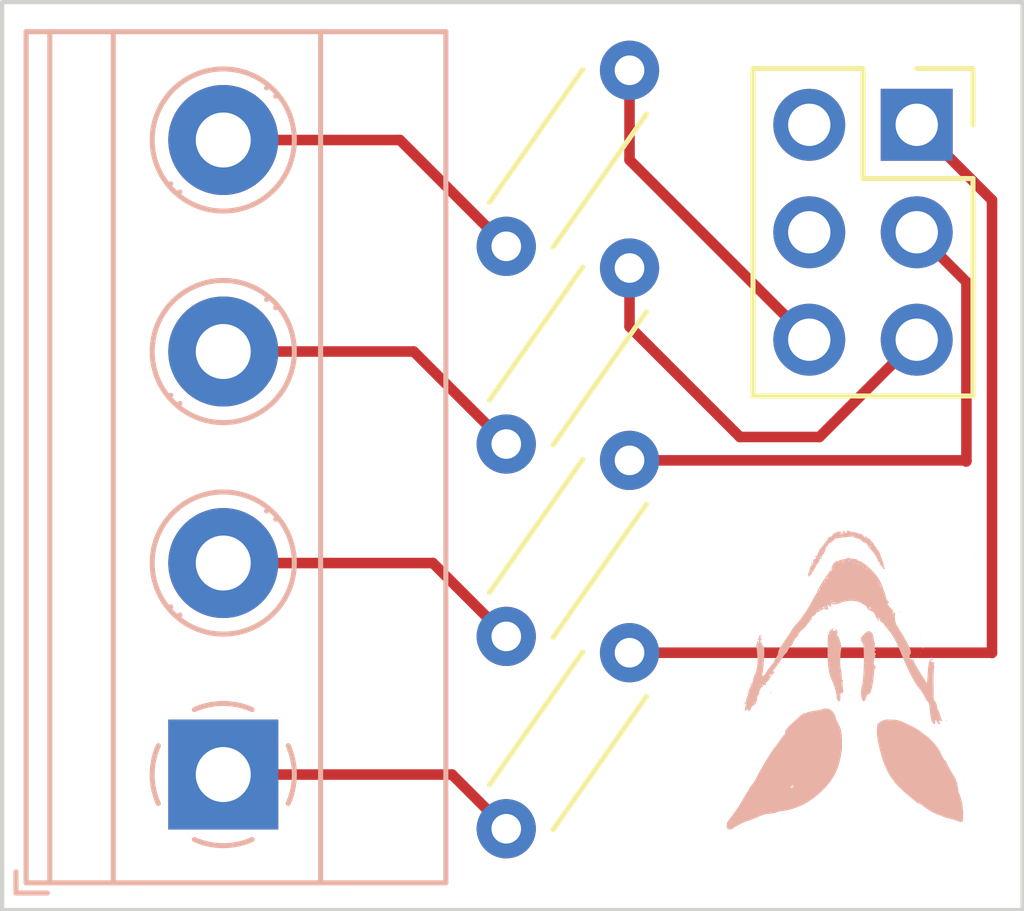
<source format=kicad_pcb>
(kicad_pcb (version 20221018) (generator pcbnew)
  (layers (0 "F.Cu" signal) (31 "B.Cu" signal) (34 "B.Paste" user) (35 "F.Paste" user) (36 "B.SilkS" user "B.Silkscreen") (37 "F.SilkS" user "F.Silkscreen") (38 "B.Mask" user) (39 "F.Mask" user) (44 "Edge.Cuts" user))
  (net 0 "")
  (net 1 "Net-(J1-Pin_1)")
  (net 2 "Net-(J1-Pin_2)")
  (net 3 "Net-(J1-Pin_3)")
  (net 4 "/GPIO17")
  (net 5 "GND")
  (net 6 "/GPIO27")
  (net 7 "/GPIO18")
  (net 8 "/GPIO22")
  (net 9 "/GPIO23")
  (net 10 "Net-(J1-Pin_4)")
  (footprint "Connector_PinSocket_2.54mm:PinSocket_2x03_P2.54mm_Vertical" (layer "F.Cu") (at 136.259213 73.900251)
    (fp_text reference "J2" hide)
    (fp_text value "PI_HEADER" hide)
    (pad "1" thru_hole rect (at 0 0) (size 1.7 1.7) (drill 1) (layers "*.Cu" "*.Mask") (net 4 "/GPIO17"))
    (pad "2" thru_hole oval (at -2.54 0) (size 1.7 1.7) (drill 1) (layers "*.Cu" "*.Mask") (net 7 "/GPIO18"))
    (pad "3" thru_hole oval (at 0 2.54) (size 1.7 1.7) (drill 1) (layers "*.Cu" "*.Mask") (net 6 "/GPIO27"))
    (pad "4" thru_hole oval (at -2.54 2.54) (size 1.7 1.7) (drill 1) (layers "*.Cu" "*.Mask") (net 5 "GND"))
    (pad "5" thru_hole oval (at 0 5.08) (size 1.7 1.7) (drill 1) (layers "*.Cu" "*.Mask") (net 8 "/GPIO22"))
    (pad "6" thru_hole oval (at -2.54 5.08) (size 1.7 1.7) (drill 1) (layers "*.Cu" "*.Mask") (net 9 "/GPIO23"))
  )
  (footprint "Resistor_THT:R_Axial_DIN0204_L3.6mm_D1.6mm_P5.08mm_Horizontal" (layer "F.Cu") (at 126.556606 81.446872 55)
    (fp_text reference "R5" hide)
    (fp_text value "4.7K" hide)
    (pad "1" thru_hole circle (at 0 0 55) (size 1.4 1.4) (drill 0.7) (layers "*.Cu" "*.Mask") (net 3 "Net-(J1-Pin_3)"))
    (pad "2" thru_hole oval (at 5.08 0 55) (size 1.4 1.4) (drill 0.7) (layers "*.Cu" "*.Mask") (net 8 "/GPIO22"))
  )
  (footprint "Resistor_THT:R_Axial_DIN0204_L3.6mm_D1.6mm_P5.08mm_Horizontal" (layer "F.Cu") (at 126.556606 90.540872 55)
    (fp_text reference "R7" hide)
    (fp_text value "4.7K" hide)
    (pad "1" thru_hole circle (at 0 0 55) (size 1.4 1.4) (drill 0.7) (layers "*.Cu" "*.Mask") (net 1 "Net-(J1-Pin_1)"))
    (pad "2" thru_hole oval (at 5.08 0 55) (size 1.4 1.4) (drill 0.7) (layers "*.Cu" "*.Mask") (net 4 "/GPIO17"))
  )
  (footprint "Resistor_THT:R_Axial_DIN0204_L3.6mm_D1.6mm_P5.08mm_Horizontal" (layer "F.Cu") (at 126.556606 85.993872 55)
    (fp_text reference "R6" hide)
    (fp_text value "4.7K" hide)
    (pad "1" thru_hole circle (at 0 0 55) (size 1.4 1.4) (drill 0.7) (layers "*.Cu" "*.Mask") (net 2 "Net-(J1-Pin_2)"))
    (pad "2" thru_hole oval (at 5.08 0 55) (size 1.4 1.4) (drill 0.7) (layers "*.Cu" "*.Mask") (net 6 "/GPIO27"))
  )
  (footprint "Resistor_THT:R_Axial_DIN0204_L3.6mm_D1.6mm_P5.08mm_Horizontal" (layer "F.Cu") (at 126.556606 76.772872 55)
    (fp_text reference "R4" hide)
    (fp_text value "4.7K" hide)
    (pad "1" thru_hole circle (at 0 0 55) (size 1.4 1.4) (drill 0.7) (layers "*.Cu" "*.Mask") (net 10 "Net-(J1-Pin_4)"))
    (pad "2" thru_hole oval (at 5.08 0 55) (size 1.4 1.4) (drill 0.7) (layers "*.Cu" "*.Mask") (net 9 "/GPIO23"))
  )
  (footprint "scrapeboard_footprint_library:scrapeboard_logo_footprint" (layer "B.Cu") (at 134.62 86.945675)
    (fp_text reference "G***" hide)
    (fp_text value "LOGO" hide)
  )
  (footprint "TerminalBlock_Phoenix:TerminalBlock_Phoenix_MKDS-1,5-4_1x04_P5.00mm_Horizontal" (layer "B.Cu") (at 119.866663 89.259635 90)
    (fp_text reference "J1" hide)
    (fp_text value "Screw_Terminal_01x04" hide)
    (pad "1" thru_hole rect (at 0 0 90) (size 2.6 2.6) (drill 1.3) (layers "*.Cu" "*.Mask") (net 1 "Net-(J1-Pin_1)"))
    (pad "2" thru_hole circle (at 5 0 90) (size 2.6 2.6) (drill 1.3) (layers "*.Cu" "*.Mask") (net 2 "Net-(J1-Pin_2)"))
    (pad "3" thru_hole circle (at 10 0 90) (size 2.6 2.6) (drill 1.3) (layers "*.Cu" "*.Mask") (net 3 "Net-(J1-Pin_3)"))
    (pad "4" thru_hole circle (at 15 0 90) (size 2.6 2.6) (drill 1.3) (layers "*.Cu" "*.Mask") (net 10 "Net-(J1-Pin_4)"))
  )
  (gr_rect (start 114.638996 71) (end 138.76 92.462166) (stroke (width 0.1)) (fill none) (layer "Edge.Cuts"))
  (segment (start 125.275369 89.259635) (end 119.866663 89.259635) (width 0.25) (layer "F.Cu") (net 1))
  (segment (start 126.556606 90.540872) (end 125.275369 89.259635) (width 0.25) (layer "F.Cu") (net 1))
  (segment (start 124.822369 84.259635) (end 119.866663 84.259635) (width 0.25) (layer "F.Cu") (net 2))
  (segment (start 126.556606 85.993872) (end 124.822369 84.259635) (width 0.25) (layer "F.Cu") (net 2))
  (segment (start 126.556606 81.446872) (end 124.369369 79.259635) (width 0.25) (layer "F.Cu") (net 3))
  (segment (start 124.369369 79.259635) (end 119.866663 79.259635) (width 0.25) (layer "F.Cu") (net 3))
  (segment (start 138.038948 75.679986) (end 138.038948 86.383817) (width 0.25) (layer "F.Cu") (net 4))
  (segment (start 138.038948 86.383817) (end 138.034711 86.37958) (width 0.25) (layer "F.Cu") (net 4))
  (segment (start 136.259213 73.900251) (end 138.038948 75.679986) (width 0.25) (layer "F.Cu") (net 4))
  (segment (start 138.034711 86.37958) (end 129.470374 86.37958) (width 0.25) (layer "F.Cu") (net 4))
  (segment (start 137.403127 81.83258) (end 129.470374 81.83258) (width 0.25) (layer "F.Cu") (net 6))
  (segment (start 136.259213 76.440251) (end 137.434213 77.615251) (width 0.25) (layer "F.Cu") (net 6))
  (segment (start 137.434213 81.852746) (end 137.428753 81.858206) (width 0.25) (layer "F.Cu") (net 6))
  (segment (start 137.428753 81.858206) (end 137.403127 81.83258) (width 0.25) (layer "F.Cu") (net 6))
  (segment (start 137.434213 77.615251) (end 137.434213 81.852746) (width 0.25) (layer "F.Cu") (net 6))
  (segment (start 129.470374 78.670374) (end 129.470374 77.28558) (width 0.25) (layer "F.Cu") (net 8))
  (segment (start 132.08 81.28) (end 129.470374 78.670374) (width 0.25) (layer "F.Cu") (net 8))
  (segment (start 136.259213 78.980251) (end 133.959464 81.28) (width 0.25) (layer "F.Cu") (net 8))
  (segment (start 133.959464 81.28) (end 132.08 81.28) (width 0.25) (layer "F.Cu") (net 8))
  (segment (start 129.470374 74.731412) (end 129.470374 72.61158) (width 0.25) (layer "F.Cu") (net 9))
  (segment (start 133.719213 78.980251) (end 129.470374 74.731412) (width 0.25) (layer "F.Cu") (net 9))
  (segment (start 126.556606 76.772872) (end 124.043369 74.259635) (width 0.25) (layer "F.Cu") (net 10))
  (segment (start 124.043369 74.259635) (end 119.866663 74.259635) (width 0.25) (layer "F.Cu") (net 10))
)
</source>
